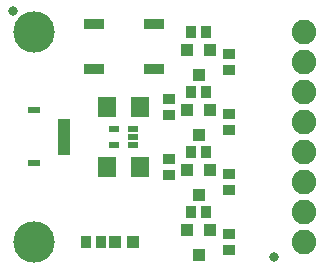
<source format=gbr>
G04 EAGLE Gerber RS-274X export*
G75*
%MOMM*%
%FSLAX34Y34*%
%LPD*%
%INSoldermask Top*%
%IPPOS*%
%AMOC8*
5,1,8,0,0,1.08239X$1,22.5*%
G01*
%ADD10R,1.003200X0.503200*%
%ADD11R,1.003200X0.603200*%
%ADD12C,3.505200*%
%ADD13R,1.103200X0.903200*%
%ADD14R,1.603200X1.803200*%
%ADD15R,0.953200X0.603200*%
%ADD16R,1.003200X1.103200*%
%ADD17R,0.903200X1.103200*%
%ADD18R,1.727200X0.965200*%
%ADD19R,1.003200X1.003200*%
%ADD20C,2.082800*%
%ADD21C,0.838200*%


D10*
X50800Y111800D03*
X50800Y116800D03*
X50800Y121800D03*
X50800Y106800D03*
X50800Y101800D03*
X50800Y126800D03*
D11*
X25800Y136800D03*
X25800Y91800D03*
D12*
X25400Y25400D03*
X25400Y203200D03*
D13*
X139700Y82400D03*
X139700Y95400D03*
D14*
X87600Y88900D03*
X115600Y88900D03*
D15*
X109850Y107800D03*
X109850Y114300D03*
X109850Y120800D03*
X93350Y120800D03*
X93350Y107800D03*
D13*
X139700Y133200D03*
X139700Y146200D03*
D14*
X87600Y139700D03*
X115600Y139700D03*
D16*
X165100Y116000D03*
X155600Y137000D03*
X174600Y137000D03*
D17*
X158600Y152400D03*
X171600Y152400D03*
D13*
X190500Y120500D03*
X190500Y133500D03*
D16*
X165100Y65200D03*
X155600Y86200D03*
X174600Y86200D03*
D17*
X158600Y101600D03*
X171600Y101600D03*
D13*
X190500Y69700D03*
X190500Y82700D03*
D16*
X165100Y166800D03*
X155600Y187800D03*
X174600Y187800D03*
D17*
X158600Y203200D03*
X171600Y203200D03*
D13*
X190500Y171300D03*
X190500Y184300D03*
D16*
X165100Y14400D03*
X155600Y35400D03*
X174600Y35400D03*
D17*
X158600Y50800D03*
X171600Y50800D03*
D13*
X190500Y18900D03*
X190500Y31900D03*
D18*
X127000Y171450D03*
X76200Y171450D03*
X127000Y209550D03*
X76200Y209550D03*
D19*
X94100Y25400D03*
X109100Y25400D03*
D17*
X69700Y25400D03*
X82700Y25400D03*
D20*
X254000Y50800D03*
X254000Y76200D03*
X254000Y101600D03*
X254000Y127000D03*
X254000Y152400D03*
X254000Y177800D03*
X254000Y203200D03*
X254000Y25400D03*
D21*
X7620Y220980D03*
X228600Y12700D03*
M02*

</source>
